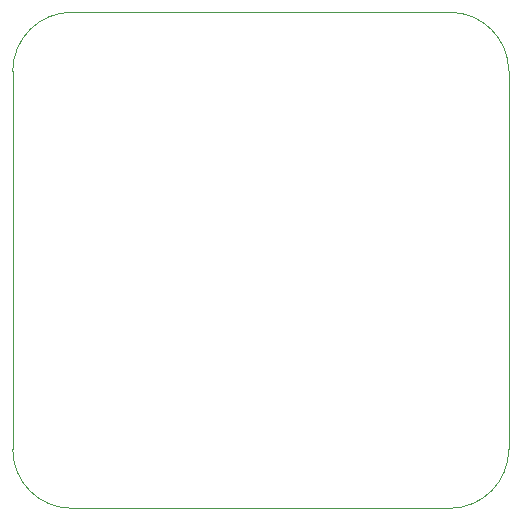
<source format=gbr>
%TF.GenerationSoftware,KiCad,Pcbnew,(5.1.9-0-10_14)*%
%TF.CreationDate,2021-04-13T15:29:36+01:00*%
%TF.ProjectId,PN532,504e3533-322e-46b6-9963-61645f706362,rev?*%
%TF.SameCoordinates,Original*%
%TF.FileFunction,Profile,NP*%
%FSLAX46Y46*%
G04 Gerber Fmt 4.6, Leading zero omitted, Abs format (unit mm)*
G04 Created by KiCad (PCBNEW (5.1.9-0-10_14)) date 2021-04-13 15:29:36*
%MOMM*%
%LPD*%
G01*
G04 APERTURE LIST*
%TA.AperFunction,Profile*%
%ADD10C,0.050000*%
%TD*%
G04 APERTURE END LIST*
D10*
X105000000Y-58000000D02*
X137000000Y-58000000D01*
X100000000Y-63000000D02*
G75*
G02*
X105000000Y-58000000I5000000J0D01*
G01*
X100000000Y-95000000D02*
X100000000Y-63000000D01*
X137000000Y-100000000D02*
X105000000Y-100000000D01*
X105000000Y-100000000D02*
G75*
G02*
X100000000Y-95000000I0J5000000D01*
G01*
X142000000Y-95000000D02*
G75*
G02*
X137000000Y-100000000I-5000000J0D01*
G01*
X142000000Y-63000000D02*
X142000000Y-95000000D01*
X137000000Y-58000000D02*
G75*
G02*
X142000000Y-63000000I0J-5000000D01*
G01*
M02*

</source>
